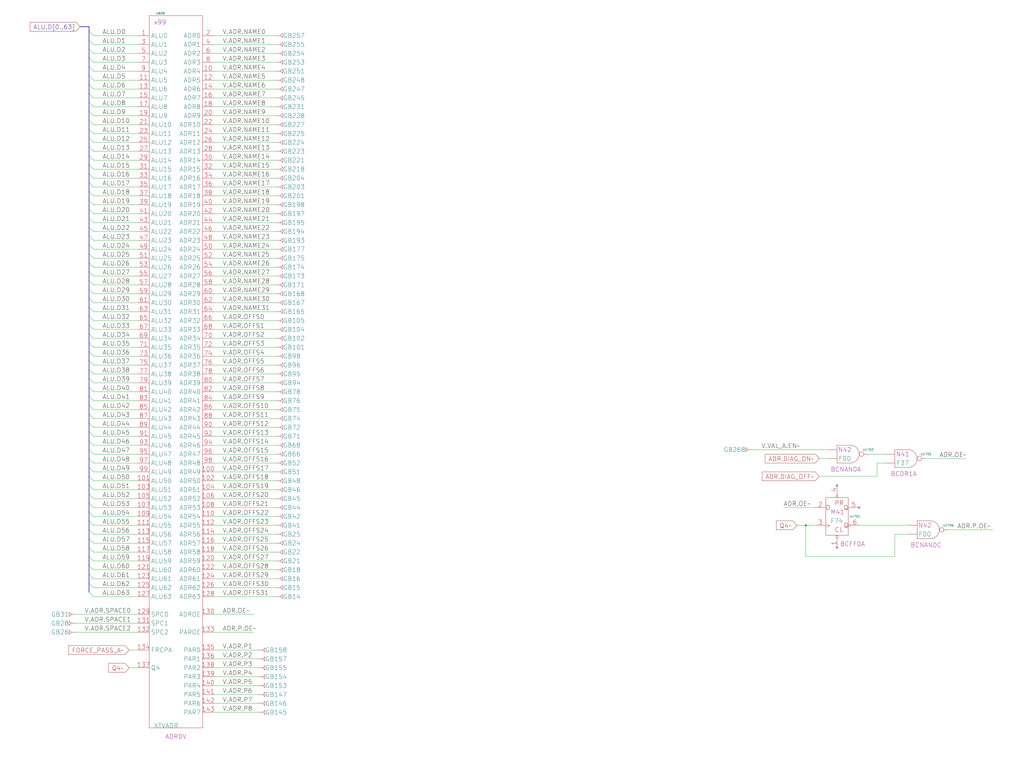
<source format=kicad_sch>
(kicad_sch (version 20230121) (generator eeschema)
  (paper "User" 584.2 431.8)
  (title_block (title "ADDRESS BUS DRIVER") (date "22-MAR-90") (rev "1.0") (comment 1 "VALUE") (comment 2 "232-003063") (comment 3 "S400") (comment 4 "RELEASED"))
  (junction (at 459.74 299.72))
  (no_connect (at 490.22 289.56))
  (no_connect (at 477.52 312.42))
  (no_connect (at 477.52 276.86))
  (bus_entry (at 50.8 109.22) (size 2.54 2.54))
  (bus_entry (at 50.8 139.7) (size 2.54 2.54))
  (bus_entry (at 50.8 27.94) (size 2.54 2.54))
  (bus_entry (at 50.8 292.1) (size 2.54 2.54))
  (bus_entry (at 50.8 134.62) (size 2.54 2.54))
  (bus_entry (at 50.8 226.06) (size 2.54 2.54))
  (bus_entry (at 50.8 266.7) (size 2.54 2.54))
  (bus_entry (at 50.8 195.58) (size 2.54 2.54))
  (bus_entry (at 50.8 200.66) (size 2.54 2.54))
  (bus_entry (at 50.8 124.46) (size 2.54 2.54))
  (bus_entry (at 50.8 220.98) (size 2.54 2.54))
  (bus_entry (at 50.8 241.3) (size 2.54 2.54))
  (bus_entry (at 50.8 53.34) (size 2.54 2.54))
  (bus_entry (at 50.8 312.42) (size 2.54 2.54))
  (bus_entry (at 50.8 99.06) (size 2.54 2.54))
  (bus_entry (at 50.8 38.1) (size 2.54 2.54))
  (bus_entry (at 50.8 119.38) (size 2.54 2.54))
  (bus_entry (at 50.8 236.22) (size 2.54 2.54))
  (bus_entry (at 50.8 337.82) (size 2.54 2.54))
  (bus_entry (at 50.8 185.42) (size 2.54 2.54))
  (bus_entry (at 50.8 33.02) (size 2.54 2.54))
  (bus_entry (at 50.8 231.14) (size 2.54 2.54))
  (bus_entry (at 50.8 261.62) (size 2.54 2.54))
  (bus_entry (at 50.8 114.3) (size 2.54 2.54))
  (bus_entry (at 50.8 165.1) (size 2.54 2.54))
  (bus_entry (at 50.8 256.54) (size 2.54 2.54))
  (bus_entry (at 50.8 322.58) (size 2.54 2.54))
  (bus_entry (at 50.8 93.98) (size 2.54 2.54))
  (bus_entry (at 50.8 68.58) (size 2.54 2.54))
  (bus_entry (at 50.8 58.42) (size 2.54 2.54))
  (bus_entry (at 50.8 88.9) (size 2.54 2.54))
  (bus_entry (at 50.8 160.02) (size 2.54 2.54))
  (bus_entry (at 50.8 210.82) (size 2.54 2.54))
  (bus_entry (at 50.8 78.74) (size 2.54 2.54))
  (bus_entry (at 50.8 104.14) (size 2.54 2.54))
  (bus_entry (at 50.8 22.86) (size 2.54 2.54))
  (bus_entry (at 50.8 271.78) (size 2.54 2.54))
  (bus_entry (at 50.8 287.02) (size 2.54 2.54))
  (bus_entry (at 50.8 302.26) (size 2.54 2.54))
  (bus_entry (at 50.8 43.18) (size 2.54 2.54))
  (bus_entry (at 50.8 144.78) (size 2.54 2.54))
  (bus_entry (at 50.8 175.26) (size 2.54 2.54))
  (bus_entry (at 50.8 327.66) (size 2.54 2.54))
  (bus_entry (at 50.8 48.26) (size 2.54 2.54))
  (bus_entry (at 50.8 317.5) (size 2.54 2.54))
  (bus_entry (at 50.8 180.34) (size 2.54 2.54))
  (bus_entry (at 50.8 205.74) (size 2.54 2.54))
  (bus_entry (at 50.8 73.66) (size 2.54 2.54))
  (bus_entry (at 50.8 281.94) (size 2.54 2.54))
  (bus_entry (at 50.8 307.34) (size 2.54 2.54))
  (bus_entry (at 50.8 149.86) (size 2.54 2.54))
  (bus_entry (at 50.8 246.38) (size 2.54 2.54))
  (bus_entry (at 50.8 83.82) (size 2.54 2.54))
  (bus_entry (at 50.8 129.54) (size 2.54 2.54))
  (bus_entry (at 50.8 63.5) (size 2.54 2.54))
  (bus_entry (at 50.8 276.86) (size 2.54 2.54))
  (bus_entry (at 50.8 251.46) (size 2.54 2.54))
  (bus_entry (at 50.8 332.74) (size 2.54 2.54))
  (bus_entry (at 50.8 17.78) (size 2.54 2.54))
  (bus_entry (at 50.8 170.18) (size 2.54 2.54))
  (bus_entry (at 50.8 190.5) (size 2.54 2.54))
  (bus_entry (at 50.8 154.94) (size 2.54 2.54))
  (bus_entry (at 50.8 297.18) (size 2.54 2.54))
  (bus_entry (at 50.8 215.9) (size 2.54 2.54))
  (wire (pts (xy 121.92 86.36) (xy 157.48 86.36)))
  (wire (pts (xy 121.92 162.56) (xy 157.48 162.56)))
  (wire (pts (xy 121.92 106.68) (xy 157.48 106.68)))
  (wire (pts (xy 510.54 304.8) (xy 510.54 317.5)))
  (bus (pts (xy 50.8 236.22) (xy 50.8 241.3)))
  (wire (pts (xy 53.34 106.68) (xy 78.74 106.68)))
  (wire (pts (xy 53.34 147.32) (xy 78.74 147.32)))
  (bus (pts (xy 50.8 180.34) (xy 50.8 185.42)))
  (wire (pts (xy 73.66 381) (xy 78.74 381)))
  (wire (pts (xy 53.34 76.2) (xy 78.74 76.2)))
  (wire (pts (xy 121.92 71.12) (xy 157.48 71.12)))
  (bus (pts (xy 50.8 73.66) (xy 50.8 78.74)))
  (wire (pts (xy 53.34 142.24) (xy 78.74 142.24)))
  (wire (pts (xy 121.92 340.36) (xy 157.48 340.36)))
  (wire (pts (xy 121.92 167.64) (xy 157.48 167.64)))
  (wire (pts (xy 53.34 248.92) (xy 78.74 248.92)))
  (bus (pts (xy 50.8 205.74) (xy 50.8 210.82)))
  (wire (pts (xy 53.34 320.04) (xy 78.74 320.04)))
  (wire (pts (xy 53.34 238.76) (xy 78.74 238.76)))
  (wire (pts (xy 447.04 289.56) (xy 464.82 289.56)))
  (bus (pts (xy 50.8 83.82) (xy 50.8 88.9)))
  (wire (pts (xy 121.92 101.6) (xy 157.48 101.6)))
  (wire (pts (xy 121.92 279.4) (xy 157.48 279.4)))
  (bus (pts (xy 50.8 119.38) (xy 50.8 124.46)))
  (wire (pts (xy 53.34 71.12) (xy 78.74 71.12)))
  (wire (pts (xy 53.34 55.88) (xy 78.74 55.88)))
  (wire (pts (xy 121.92 55.88) (xy 157.48 55.88)))
  (wire (pts (xy 121.92 121.92) (xy 157.48 121.92)))
  (wire (pts (xy 73.66 370.84) (xy 78.74 370.84)))
  (bus (pts (xy 50.8 246.38) (xy 50.8 251.46)))
  (wire (pts (xy 121.92 406.4) (xy 147.32 406.4)))
  (bus (pts (xy 50.8 241.3) (xy 50.8 246.38)))
  (wire (pts (xy 53.34 66.04) (xy 78.74 66.04)))
  (bus (pts (xy 50.8 48.26) (xy 50.8 53.34)))
  (wire (pts (xy 467.36 261.62) (xy 472.44 261.62)))
  (wire (pts (xy 43.18 350.52) (xy 78.74 350.52)))
  (bus (pts (xy 50.8 261.62) (xy 50.8 266.7)))
  (wire (pts (xy 53.34 208.28) (xy 78.74 208.28)))
  (wire (pts (xy 53.34 284.48) (xy 78.74 284.48)))
  (wire (pts (xy 53.34 40.64) (xy 78.74 40.64)))
  (wire (pts (xy 53.34 111.76) (xy 78.74 111.76)))
  (wire (pts (xy 121.92 96.52) (xy 157.48 96.52)))
  (wire (pts (xy 121.92 269.24) (xy 157.48 269.24)))
  (bus (pts (xy 50.8 317.5) (xy 50.8 322.58)))
  (bus (pts (xy 50.8 276.86) (xy 50.8 281.94)))
  (wire (pts (xy 121.92 218.44) (xy 157.48 218.44)))
  (wire (pts (xy 53.34 203.2) (xy 78.74 203.2)))
  (wire (pts (xy 121.92 213.36) (xy 157.48 213.36)))
  (wire (pts (xy 121.92 314.96) (xy 157.48 314.96)))
  (bus (pts (xy 50.8 17.78) (xy 50.8 22.86)))
  (wire (pts (xy 53.34 162.56) (xy 78.74 162.56)))
  (wire (pts (xy 467.36 271.78) (xy 500.38 271.78)))
  (wire (pts (xy 121.92 396.24) (xy 147.32 396.24)))
  (bus (pts (xy 50.8 271.78) (xy 50.8 276.86)))
  (bus (pts (xy 50.8 185.42) (xy 50.8 190.5)))
  (bus (pts (xy 50.8 256.54) (xy 50.8 261.62)))
  (wire (pts (xy 121.92 76.2) (xy 157.48 76.2)))
  (wire (pts (xy 121.92 127) (xy 157.48 127)))
  (wire (pts (xy 53.34 340.36) (xy 78.74 340.36)))
  (bus (pts (xy 50.8 292.1) (xy 50.8 297.18)))
  (bus (pts (xy 50.8 327.66) (xy 50.8 332.74)))
  (wire (pts (xy 121.92 360.68) (xy 144.78 360.68)))
  (wire (pts (xy 121.92 60.96) (xy 157.48 60.96)))
  (wire (pts (xy 121.92 238.76) (xy 157.48 238.76)))
  (wire (pts (xy 53.34 299.72) (xy 78.74 299.72)))
  (wire (pts (xy 121.92 198.12) (xy 157.48 198.12)))
  (wire (pts (xy 121.92 66.04) (xy 157.48 66.04)))
  (bus (pts (xy 50.8 297.18) (xy 50.8 302.26)))
  (wire (pts (xy 528.32 261.62) (xy 551.18 261.62)))
  (bus (pts (xy 50.8 175.26) (xy 50.8 180.34)))
  (wire (pts (xy 53.34 304.8) (xy 78.74 304.8)))
  (wire (pts (xy 53.34 279.4) (xy 78.74 279.4)))
  (wire (pts (xy 500.38 271.78) (xy 500.38 264.16)))
  (wire (pts (xy 121.92 248.92) (xy 157.48 248.92)))
  (wire (pts (xy 121.92 223.52) (xy 157.48 223.52)))
  (wire (pts (xy 121.92 274.32) (xy 157.48 274.32)))
  (wire (pts (xy 53.34 101.6) (xy 78.74 101.6)))
  (wire (pts (xy 53.34 91.44) (xy 78.74 91.44)))
  (wire (pts (xy 53.34 228.6) (xy 78.74 228.6)))
  (bus (pts (xy 50.8 63.5) (xy 50.8 68.58)))
  (wire (pts (xy 459.74 317.5) (xy 459.74 299.72)))
  (wire (pts (xy 121.92 330.2) (xy 157.48 330.2)))
  (bus (pts (xy 50.8 124.46) (xy 50.8 129.54)))
  (bus (pts (xy 50.8 195.58) (xy 50.8 200.66)))
  (wire (pts (xy 121.92 111.76) (xy 157.48 111.76)))
  (wire (pts (xy 53.34 182.88) (xy 78.74 182.88)))
  (bus (pts (xy 50.8 160.02) (xy 50.8 165.1)))
  (bus (pts (xy 50.8 220.98) (xy 50.8 226.06)))
  (bus (pts (xy 50.8 88.9) (xy 50.8 93.98)))
  (wire (pts (xy 53.34 187.96) (xy 78.74 187.96)))
  (wire (pts (xy 121.92 193.04) (xy 157.48 193.04)))
  (wire (pts (xy 121.92 182.88) (xy 157.48 182.88)))
  (bus (pts (xy 50.8 78.74) (xy 50.8 83.82)))
  (wire (pts (xy 43.18 355.6) (xy 78.74 355.6)))
  (wire (pts (xy 121.92 208.28) (xy 157.48 208.28)))
  (wire (pts (xy 53.34 330.2) (xy 78.74 330.2)))
  (wire (pts (xy 121.92 30.48) (xy 157.48 30.48)))
  (wire (pts (xy 53.34 157.48) (xy 78.74 157.48)))
  (wire (pts (xy 518.16 304.8) (xy 510.54 304.8)))
  (bus (pts (xy 50.8 43.18) (xy 50.8 48.26)))
  (wire (pts (xy 53.34 325.12) (xy 78.74 325.12)))
  (bus (pts (xy 50.8 33.02) (xy 50.8 38.1)))
  (wire (pts (xy 53.34 132.08) (xy 78.74 132.08)))
  (wire (pts (xy 121.92 294.64) (xy 157.48 294.64)))
  (wire (pts (xy 53.34 218.44) (xy 78.74 218.44)))
  (bus (pts (xy 50.8 104.14) (xy 50.8 109.22)))
  (wire (pts (xy 53.34 30.48) (xy 78.74 30.48)))
  (wire (pts (xy 121.92 289.56) (xy 157.48 289.56)))
  (wire (pts (xy 454.66 299.72) (xy 459.74 299.72)))
  (wire (pts (xy 53.34 121.92) (xy 78.74 121.92)))
  (wire (pts (xy 121.92 264.16) (xy 157.48 264.16)))
  (bus (pts (xy 50.8 53.34) (xy 50.8 58.42)))
  (wire (pts (xy 121.92 157.48) (xy 157.48 157.48)))
  (wire (pts (xy 121.92 20.32) (xy 157.48 20.32)))
  (wire (pts (xy 121.92 137.16) (xy 157.48 137.16)))
  (bus (pts (xy 50.8 190.5) (xy 50.8 195.58)))
  (wire (pts (xy 121.92 35.56) (xy 157.48 35.56)))
  (wire (pts (xy 121.92 391.16) (xy 147.32 391.16)))
  (bus (pts (xy 50.8 251.46) (xy 50.8 256.54)))
  (wire (pts (xy 121.92 187.96) (xy 157.48 187.96)))
  (wire (pts (xy 121.92 350.52) (xy 144.78 350.52)))
  (bus (pts (xy 50.8 27.94) (xy 50.8 33.02)))
  (bus (pts (xy 50.8 58.42) (xy 50.8 63.5)))
  (bus (pts (xy 50.8 266.7) (xy 50.8 271.78)))
  (wire (pts (xy 53.34 264.16) (xy 78.74 264.16)))
  (bus (pts (xy 50.8 99.06) (xy 50.8 104.14)))
  (wire (pts (xy 53.34 233.68) (xy 78.74 233.68)))
  (bus (pts (xy 50.8 149.86) (xy 50.8 154.94)))
  (wire (pts (xy 121.92 116.84) (xy 157.48 116.84)))
  (wire (pts (xy 121.92 375.92) (xy 147.32 375.92)))
  (wire (pts (xy 53.34 243.84) (xy 78.74 243.84)))
  (bus (pts (xy 50.8 302.26) (xy 50.8 307.34)))
  (wire (pts (xy 53.34 274.32) (xy 78.74 274.32)))
  (wire (pts (xy 53.34 152.4) (xy 78.74 152.4)))
  (wire (pts (xy 121.92 259.08) (xy 157.48 259.08)))
  (bus (pts (xy 50.8 231.14) (xy 50.8 236.22)))
  (wire (pts (xy 490.22 299.72) (xy 518.16 299.72)))
  (wire (pts (xy 53.34 193.04) (xy 78.74 193.04)))
  (wire (pts (xy 53.34 25.4) (xy 78.74 25.4)))
  (wire (pts (xy 121.92 147.32) (xy 157.48 147.32)))
  (wire (pts (xy 53.34 96.52) (xy 78.74 96.52)))
  (wire (pts (xy 53.34 172.72) (xy 78.74 172.72)))
  (bus (pts (xy 50.8 129.54) (xy 50.8 134.62)))
  (wire (pts (xy 53.34 213.36) (xy 78.74 213.36)))
  (wire (pts (xy 121.92 299.72) (xy 157.48 299.72)))
  (wire (pts (xy 53.34 269.24) (xy 78.74 269.24)))
  (wire (pts (xy 53.34 294.64) (xy 78.74 294.64)))
  (wire (pts (xy 121.92 50.8) (xy 157.48 50.8)))
  (wire (pts (xy 510.54 317.5) (xy 459.74 317.5)))
  (wire (pts (xy 121.92 284.48) (xy 157.48 284.48)))
  (wire (pts (xy 121.92 325.12) (xy 157.48 325.12)))
  (bus (pts (xy 50.8 322.58) (xy 50.8 327.66)))
  (bus (pts (xy 50.8 154.94) (xy 50.8 160.02)))
  (wire (pts (xy 53.34 86.36) (xy 78.74 86.36)))
  (wire (pts (xy 53.34 35.56) (xy 78.74 35.56)))
  (wire (pts (xy 121.92 254) (xy 157.48 254)))
  (wire (pts (xy 53.34 20.32) (xy 78.74 20.32)))
  (bus (pts (xy 50.8 134.62) (xy 50.8 139.7)))
  (wire (pts (xy 121.92 203.2) (xy 157.48 203.2)))
  (wire (pts (xy 121.92 243.84) (xy 157.48 243.84)))
  (wire (pts (xy 121.92 25.4) (xy 157.48 25.4)))
  (bus (pts (xy 50.8 139.7) (xy 50.8 144.78)))
  (wire (pts (xy 495.3 259.08) (xy 505.46 259.08)))
  (bus (pts (xy 50.8 200.66) (xy 50.8 205.74)))
  (bus (pts (xy 50.8 287.02) (xy 50.8 292.1)))
  (bus (pts (xy 50.8 38.1) (xy 50.8 43.18)))
  (wire (pts (xy 53.34 50.8) (xy 78.74 50.8)))
  (wire (pts (xy 121.92 386.08) (xy 147.32 386.08)))
  (wire (pts (xy 121.92 81.28) (xy 157.48 81.28)))
  (bus (pts (xy 50.8 68.58) (xy 50.8 73.66)))
  (wire (pts (xy 53.34 289.56) (xy 78.74 289.56)))
  (bus (pts (xy 50.8 114.3) (xy 50.8 119.38)))
  (bus (pts (xy 50.8 170.18) (xy 50.8 175.26)))
  (wire (pts (xy 53.34 137.16) (xy 78.74 137.16)))
  (wire (pts (xy 53.34 198.12) (xy 78.74 198.12)))
  (wire (pts (xy 121.92 320.04) (xy 157.48 320.04)))
  (bus (pts (xy 50.8 210.82) (xy 50.8 215.9)))
  (wire (pts (xy 53.34 81.28) (xy 78.74 81.28)))
  (wire (pts (xy 121.92 401.32) (xy 147.32 401.32)))
  (bus (pts (xy 50.8 22.86) (xy 50.8 27.94)))
  (bus (pts (xy 50.8 93.98) (xy 50.8 99.06)))
  (wire (pts (xy 43.18 360.68) (xy 78.74 360.68)))
  (bus (pts (xy 50.8 15.24) (xy 50.8 17.78)))
  (wire (pts (xy 121.92 233.68) (xy 157.48 233.68)))
  (wire (pts (xy 121.92 228.6) (xy 157.48 228.6)))
  (wire (pts (xy 53.34 167.64) (xy 78.74 167.64)))
  (wire (pts (xy 541.02 302.26) (xy 566.42 302.26)))
  (wire (pts (xy 121.92 40.64) (xy 157.48 40.64)))
  (wire (pts (xy 121.92 142.24) (xy 157.48 142.24)))
  (wire (pts (xy 121.92 152.4) (xy 157.48 152.4)))
  (bus (pts (xy 50.8 332.74) (xy 50.8 337.82)))
  (wire (pts (xy 53.34 177.8) (xy 78.74 177.8)))
  (bus (pts (xy 50.8 165.1) (xy 50.8 170.18)))
  (bus (pts (xy 50.8 144.78) (xy 50.8 149.86)))
  (wire (pts (xy 121.92 304.8) (xy 157.48 304.8)))
  (bus (pts (xy 50.8 312.42) (xy 50.8 317.5)))
  (bus (pts (xy 50.8 215.9) (xy 50.8 220.98)))
  (wire (pts (xy 121.92 91.44) (xy 157.48 91.44)))
  (wire (pts (xy 459.74 299.72) (xy 464.82 299.72)))
  (bus (pts (xy 50.8 226.06) (xy 50.8 231.14)))
  (bus (pts (xy 50.8 109.22) (xy 50.8 114.3)))
  (wire (pts (xy 53.34 259.08) (xy 78.74 259.08)))
  (wire (pts (xy 53.34 314.96) (xy 78.74 314.96)))
  (wire (pts (xy 500.38 264.16) (xy 505.46 264.16)))
  (wire (pts (xy 121.92 172.72) (xy 157.48 172.72)))
  (wire (pts (xy 121.92 309.88) (xy 157.48 309.88)))
  (wire (pts (xy 53.34 116.84) (xy 78.74 116.84)))
  (bus (pts (xy 45.72 15.24) (xy 50.8 15.24)))
  (wire (pts (xy 429.26 256.54) (xy 472.44 256.54)))
  (wire (pts (xy 53.34 335.28) (xy 78.74 335.28)))
  (wire (pts (xy 121.92 132.08) (xy 157.48 132.08)))
  (wire (pts (xy 53.34 254) (xy 78.74 254)))
  (wire (pts (xy 53.34 309.88) (xy 78.74 309.88)))
  (bus (pts (xy 50.8 281.94) (xy 50.8 287.02)))
  (wire (pts (xy 121.92 381) (xy 147.32 381)))
  (wire (pts (xy 53.34 45.72) (xy 78.74 45.72)))
  (wire (pts (xy 53.34 60.96) (xy 78.74 60.96)))
  (bus (pts (xy 50.8 307.34) (xy 50.8 312.42)))
  (wire (pts (xy 121.92 45.72) (xy 157.48 45.72)))
  (wire (pts (xy 53.34 223.52) (xy 78.74 223.52)))
  (wire (pts (xy 121.92 177.8) (xy 157.48 177.8)))
  (wire (pts (xy 121.92 370.84) (xy 147.32 370.84)))
  (wire (pts (xy 53.34 127) (xy 78.74 127)))
  (wire (pts (xy 121.92 335.28) (xy 157.48 335.28)))
  (label "V.ADR.NAME2" (at 127 30.48 0) (effects (font (size 2.54 2.54))))
  (label "V.ADR.NAME31" (at 127 177.8 0) (effects (font (size 2.54 2.54))))
  (label "ALU.D27" (at 58.42 157.48 0) (effects (font (size 2.54 2.54))))
  (label "ALU.D34" (at 58.42 193.04 0) (effects (font (size 2.54 2.54))))
  (label "V.ADR.NAME16" (at 127 101.6 0) (effects (font (size 2.54 2.54))))
  (label "V.ADR.OFFS1" (at 127 187.96 0) (effects (font (size 2.54 2.54))))
  (label "V.ADR.OFFS27" (at 127 320.04 0) (effects (font (size 2.54 2.54))))
  (label "V.ADR.NAME3" (at 127 35.56 0) (effects (font (size 2.54 2.54))))
  (label "V.ADR.NAME8" (at 127 60.96 0) (effects (font (size 2.54 2.54))))
  (label "V.ADR.NAME13" (at 127 86.36 0) (effects (font (size 2.54 2.54))))
  (label "V.ADR.OFFS29" (at 127 330.2 0) (effects (font (size 2.54 2.54))))
  (label "V.ADR.OFFS11" (at 127 238.76 0) (effects (font (size 2.54 2.54))))
  (label "ALU.D12" (at 58.42 81.28 0) (effects (font (size 2.54 2.54))))
  (label "V.ADR.P2" (at 127 375.92 0) (effects (font (size 2.54 2.54))))
  (label "ALU.D18" (at 58.42 111.76 0) (effects (font (size 2.54 2.54))))
  (label "ALU.D50" (at 58.42 274.32 0) (effects (font (size 2.54 2.54))))
  (label "V.ADR.P3" (at 127 381 0) (effects (font (size 2.54 2.54))))
  (label "V.ADR.OFFS3" (at 127 198.12 0) (effects (font (size 2.54 2.54))))
  (label "V.ADR.NAME4" (at 127 40.64 0) (effects (font (size 2.54 2.54))))
  (label "ALU.D35" (at 58.42 198.12 0) (effects (font (size 2.54 2.54))))
  (label "ALU.D28" (at 58.42 162.56 0) (effects (font (size 2.54 2.54))))
  (label "V.ADR.NAME25" (at 127 147.32 0) (effects (font (size 2.54 2.54))))
  (label "V.ADR.NAME21" (at 127 127 0) (effects (font (size 2.54 2.54))))
  (label "V.ADR.NAME29" (at 127 167.64 0) (effects (font (size 2.54 2.54))))
  (label "V.ADR.SPACE0" (at 48.26 350.52 0) (effects (font (size 2.54 2.54))))
  (label "ALU.D26" (at 58.42 152.4 0) (effects (font (size 2.54 2.54))))
  (label "ALU.D24" (at 58.42 142.24 0) (effects (font (size 2.54 2.54))))
  (label "ALU.D29" (at 58.42 167.64 0) (effects (font (size 2.54 2.54))))
  (label "ALU.D33" (at 58.42 187.96 0) (effects (font (size 2.54 2.54))))
  (label "V.ADR.NAME7" (at 127 55.88 0) (effects (font (size 2.54 2.54))))
  (label "ADR.OE~" (at 447.04 289.56 0) (effects (font (size 2.54 2.54))))
  (label "ALU.D17" (at 58.42 106.68 0) (effects (font (size 2.54 2.54))))
  (label "V.ADR.NAME0" (at 127 20.32 0) (effects (font (size 2.54 2.54))))
  (label "ALU.D15" (at 58.42 96.52 0) (effects (font (size 2.54 2.54))))
  (label "ALU.D1" (at 58.42 25.4 0) (effects (font (size 2.54 2.54))))
  (label "ALU.D8" (at 58.42 60.96 0) (effects (font (size 2.54 2.54))))
  (label "V.VAL_A.EN~" (at 434.34 256.54 0) (effects (font (size 2.54 2.54))))
  (label "ALU.D7" (at 58.42 55.88 0) (effects (font (size 2.54 2.54))))
  (label "V.ADR.NAME14" (at 127 91.44 0) (effects (font (size 2.54 2.54))))
  (label "V.ADR.P5" (at 127 391.16 0) (effects (font (size 2.54 2.54))))
  (label "V.ADR.OFFS9" (at 127 228.6 0) (effects (font (size 2.54 2.54))))
  (label "V.ADR.NAME1" (at 127 25.4 0) (effects (font (size 2.54 2.54))))
  (label "V.ADR.OFFS22" (at 127 294.64 0) (effects (font (size 2.54 2.54))))
  (label "ALU.D21" (at 58.42 127 0) (effects (font (size 2.54 2.54))))
  (label "ALU.D42" (at 58.42 233.68 0) (effects (font (size 2.54 2.54))))
  (label "V.ADR.P1" (at 127 370.84 0) (effects (font (size 2.54 2.54))))
  (label "ALU.D19" (at 58.42 116.84 0) (effects (font (size 2.54 2.54))))
  (label "V.ADR.OFFS4" (at 127 203.2 0) (effects (font (size 2.54 2.54))))
  (label "V.ADR.P8" (at 127 406.4 0) (effects (font (size 2.54 2.54))))
  (label "ALU.D11" (at 58.42 76.2 0) (effects (font (size 2.54 2.54))))
  (label "ALU.D39" (at 58.42 218.44 0) (effects (font (size 2.54 2.54))))
  (label "ALU.D56" (at 58.42 304.8 0) (effects (font (size 2.54 2.54))))
  (label "ALU.D59" (at 58.42 320.04 0) (effects (font (size 2.54 2.54))))
  (label "ALU.D61" (at 58.42 330.2 0) (effects (font (size 2.54 2.54))))
  (label "ALU.D23" (at 58.42 137.16 0) (effects (font (size 2.54 2.54))))
  (label "ALU.D45" (at 58.42 248.92 0) (effects (font (size 2.54 2.54))))
  (label "V.ADR.NAME20" (at 127 121.92 0) (effects (font (size 2.54 2.54))))
  (label "V.ADR.OFFS31" (at 127 340.36 0) (effects (font (size 2.54 2.54))))
  (label "ALU.D22" (at 58.42 132.08 0) (effects (font (size 2.54 2.54))))
  (label "ADR.P.OE~" (at 127 360.68 0) (effects (font (size 2.54 2.54))))
  (label "V.ADR.NAME10" (at 127 71.12 0) (effects (font (size 2.54 2.54))))
  (label "ALU.D55" (at 58.42 299.72 0) (effects (font (size 2.54 2.54))))
  (label "V.ADR.OFFS23" (at 127 299.72 0) (effects (font (size 2.54 2.54))))
  (label "V.ADR.NAME5" (at 127 45.72 0) (effects (font (size 2.54 2.54))))
  (label "ALU.D32" (at 58.42 182.88 0) (effects (font (size 2.54 2.54))))
  (label "ADR.OE~" (at 535.94 261.62 0) (effects (font (size 2.54 2.54))))
  (label "ALU.D52" (at 58.42 284.48 0) (effects (font (size 2.54 2.54))))
  (label "ALU.D48" (at 58.42 264.16 0) (effects (font (size 2.54 2.54))))
  (label "ALU.D49" (at 58.42 269.24 0) (effects (font (size 2.54 2.54))))
  (label "ALU.D25" (at 58.42 147.32 0) (effects (font (size 2.54 2.54))))
  (label "V.ADR.OFFS8" (at 127 223.52 0) (effects (font (size 2.54 2.54))))
  (label "V.ADR.OFFS24" (at 127 304.8 0) (effects (font (size 2.54 2.54))))
  (label "ALU.D10" (at 58.42 71.12 0) (effects (font (size 2.54 2.54))))
  (label "ALU.D46" (at 58.42 254 0) (effects (font (size 2.54 2.54))))
  (label "V.ADR.NAME12" (at 127 81.28 0) (effects (font (size 2.54 2.54))))
  (label "V.ADR.OFFS0" (at 127 182.88 0) (effects (font (size 2.54 2.54))))
  (label "V.ADR.OFFS7" (at 127 218.44 0) (effects (font (size 2.54 2.54))))
  (label "ALU.D47" (at 58.42 259.08 0) (effects (font (size 2.54 2.54))))
  (label "ALU.D37" (at 58.42 208.28 0) (effects (font (size 2.54 2.54))))
  (label "V.ADR.NAME11" (at 127 76.2 0) (effects (font (size 2.54 2.54))))
  (label "V.ADR.OFFS2" (at 127 193.04 0) (effects (font (size 2.54 2.54))))
  (label "ALU.D54" (at 58.42 294.64 0) (effects (font (size 2.54 2.54))))
  (label "ALU.D30" (at 58.42 172.72 0) (effects (font (size 2.54 2.54))))
  (label "V.ADR.OFFS25" (at 127 309.88 0) (effects (font (size 2.54 2.54))))
  (label "V.ADR.OFFS16" (at 127 264.16 0) (effects (font (size 2.54 2.54))))
  (label "ALU.D3" (at 58.42 35.56 0) (effects (font (size 2.54 2.54))))
  (label "ALU.D2" (at 58.42 30.48 0) (effects (font (size 2.54 2.54))))
  (label "ALU.D58" (at 58.42 314.96 0) (effects (font (size 2.54 2.54))))
  (label "V.ADR.NAME22" (at 127 132.08 0) (effects (font (size 2.54 2.54))))
  (label "ADR.P.OE~" (at 546.1 302.26 0) (effects (font (size 2.54 2.54))))
  (label "ALU.D38" (at 58.42 213.36 0) (effects (font (size 2.54 2.54))))
  (label "ALU.D20" (at 58.42 121.92 0) (effects (font (size 2.54 2.54))))
  (label "V.ADR.OFFS12" (at 127 243.84 0) (effects (font (size 2.54 2.54))))
  (label "ALU.D16" (at 58.42 101.6 0) (effects (font (size 2.54 2.54))))
  (label "ALU.D13" (at 58.42 86.36 0) (effects (font (size 2.54 2.54))))
  (label "V.ADR.NAME30" (at 127 172.72 0) (effects (font (size 2.54 2.54))))
  (label "V.ADR.OFFS30" (at 127 335.28 0) (effects (font (size 2.54 2.54))))
  (label "V.ADR.OFFS14" (at 127 254 0) (effects (font (size 2.54 2.54))))
  (label "ALU.D44" (at 58.42 243.84 0) (effects (font (size 2.54 2.54))))
  (label "V.ADR.NAME23" (at 127 137.16 0) (effects (font (size 2.54 2.54))))
  (label "ALU.D53" (at 58.42 289.56 0) (effects (font (size 2.54 2.54))))
  (label "V.ADR.OFFS15" (at 127 259.08 0) (effects (font (size 2.54 2.54))))
  (label "V.ADR.NAME18" (at 127 111.76 0) (effects (font (size 2.54 2.54))))
  (label "V.ADR.NAME6" (at 127 50.8 0) (effects (font (size 2.54 2.54))))
  (label "ALU.D9" (at 58.42 66.04 0) (effects (font (size 2.54 2.54))))
  (label "ALU.D57" (at 58.42 309.88 0) (effects (font (size 2.54 2.54))))
  (label "V.ADR.NAME27" (at 127 157.48 0) (effects (font (size 2.54 2.54))))
  (label "V.ADR.OFFS18" (at 127 274.32 0) (effects (font (size 2.54 2.54))))
  (label "ALU.D63" (at 58.42 340.36 0) (effects (font (size 2.54 2.54))))
  (label "ALU.D40" (at 58.42 223.52 0) (effects (font (size 2.54 2.54))))
  (label "V.ADR.OFFS10" (at 127 233.68 0) (effects (font (size 2.54 2.54))))
  (label "ALU.D51" (at 58.42 279.4 0) (effects (font (size 2.54 2.54))))
  (label "ALU.D62" (at 58.42 335.28 0) (effects (font (size 2.54 2.54))))
  (label "V.ADR.OFFS20" (at 127 284.48 0) (effects (font (size 2.54 2.54))))
  (label "V.ADR.OFFS26" (at 127 314.96 0) (effects (font (size 2.54 2.54))))
  (label "ALU.D31" (at 58.42 177.8 0) (effects (font (size 2.54 2.54))))
  (label "V.ADR.OFFS17" (at 127 269.24 0) (effects (font (size 2.54 2.54))))
  (label "ALU.D4" (at 58.42 40.64 0) (effects (font (size 2.54 2.54))))
  (label "ALU.D6" (at 58.42 50.8 0) (effects (font (size 2.54 2.54))))
  (label "ALU.D60" (at 58.42 325.12 0) (effects (font (size 2.54 2.54))))
  (label "V.ADR.OFFS19" (at 127 279.4 0) (effects (font (size 2.54 2.54))))
  (label "V.ADR.NAME17" (at 127 106.68 0) (effects (font (size 2.54 2.54))))
  (label "V.ADR.NAME19" (at 127 116.84 0) (effects (font (size 2.54 2.54))))
  (label "V.ADR.NAME24" (at 127 142.24 0) (effects (font (size 2.54 2.54))))
  (label "V.ADR.SPACE1" (at 48.26 355.6 0) (effects (font (size 2.54 2.54))))
  (label "ALU.D14" (at 58.42 91.44 0) (effects (font (size 2.54 2.54))))
  (label "V.ADR.P4" (at 127 386.08 0) (effects (font (size 2.54 2.54))))
  (label "V.ADR.OFFS6" (at 127 213.36 0) (effects (font (size 2.54 2.54))))
  (label "ALU.D5" (at 58.42 45.72 0) (effects (font (size 2.54 2.54))))
  (label "V.ADR.OFFS28" (at 127 325.12 0) (effects (font (size 2.54 2.54))))
  (label "V.ADR.NAME15" (at 127 96.52 0) (effects (font (size 2.54 2.54))))
  (label "ALU.D41" (at 58.42 228.6 0) (effects (font (size 2.54 2.54))))
  (label "V.ADR.P6" (at 127 396.24 0) (effects (font (size 2.54 2.54))))
  (label "V.ADR.OFFS21" (at 127 289.56 0) (effects (font (size 2.54 2.54))))
  (label "V.ADR.NAME9" (at 127 66.04 0) (effects (font (size 2.54 2.54))))
  (label "ALU.D0" (at 58.42 20.32 0) (effects (font (size 2.54 2.54))))
  (label "ALU.D43" (at 58.42 238.76 0) (effects (font (size 2.54 2.54))))
  (label "ALU.D36" (at 58.42 203.2 0) (effects (font (size 2.54 2.54))))
  (label "V.ADR.P7" (at 127 401.32 0) (effects (font (size 2.54 2.54))))
  (label "ADR.OE~" (at 127 350.52 0) (effects (font (size 2.54 2.54))))
  (label "V.ADR.SPACE2" (at 48.26 360.68 0) (effects (font (size 2.54 2.54))))
  (label "V.ADR.NAME28" (at 127 162.56 0) (effects (font (size 2.54 2.54))))
  (label "V.ADR.OFFS13" (at 127 248.92 0) (effects (font (size 2.54 2.54))))
  (label "V.ADR.NAME26" (at 127 152.4 0) (effects (font (size 2.54 2.54))))
  (label "V.ADR.OFFS5" (at 127 208.28 0) (effects (font (size 2.54 2.54))))
  (global_label "FORCE_PASS_A~" (shape input) (at 73.66 370.84 180) (effects (font (size 2.54 2.54))) (property "Intersheetrefs" "${INTERSHEET_REFS}" (at 39.2007 370.6813 0) (effects (font (size 1.905 1.905)) (justify right))))
  (global_label "ADR.DIAG_ON~" (shape input) (at 467.36 261.62 180) (effects (font (size 2.54 2.54))) (property "Intersheetrefs" "${INTERSHEET_REFS}" (at 436.5292 261.4613 0) (effects (font (size 1.905 1.905)) (justify right))))
  (global_label "ALU.D[0..63]" (shape input) (at 45.72 15.24 180) (effects (font (size 2.54 2.54))) (property "Intersheetrefs" "${INTERSHEET_REFS}" (at 17.1873 15.0813 0) (effects (font (size 1.905 1.905)) (justify right))))
  (global_label "ADR.DIAG_OFF~" (shape input) (at 467.36 271.78 180) (effects (font (size 2.54 2.54))) (property "Intersheetrefs" "${INTERSHEET_REFS}" (at 434.8359 271.6213 0) (effects (font (size 1.905 1.905)) (justify right))))
  (global_label "Q4~" (shape input) (at 73.66 381 180) (effects (font (size 2.54 2.54))) (property "Intersheetrefs" "${INTERSHEET_REFS}" (at 55.7711 380.8413 0) (effects (font (size 1.905 1.905)) (justify right))))
  (global_label "Q4~" (shape input) (at 454.66 299.72 180) (effects (font (size 2.54 2.54))) (property "Intersheetrefs" "${INTERSHEET_REFS}" (at 436.7711 299.5613 0) (effects (font (size 1.905 1.905)) (justify right))))
  (symbol (lib_id "r1000:GB") (at 157.48 269.24 0) (unit 1)
    (property "Reference" "GB51" (at 161.29 269.24 0) (effects (font (size 2.54 2.54)) (justify left)))
    (property "Value" "GB" (effects hide))
  )
  (symbol (lib_id "r1000:GB") (at 157.48 60.96 0) (unit 1)
    (property "Reference" "GB231" (at 161.29 60.96 0) (effects (font (size 2.54 2.54)) (justify left)))
    (property "Value" "GB" (effects hide))
  )
  (symbol (lib_id "r1000:GB") (at 147.32 396.24 0) (unit 1)
    (property "Reference" "GB147" (at 151.13 396.24 0) (effects (font (size 2.54 2.54)) (justify left)))
    (property "Value" "GB" (effects hide))
  )
  (symbol (lib_id "r1000:GB") (at 157.48 157.48 0) (unit 1)
    (property "Reference" "GB173" (at 161.29 157.48 0) (effects (font (size 2.54 2.54)) (justify left)))
    (property "Value" "GB" (effects hide))
  )
  (symbol (lib_id "r1000:GB") (at 157.48 187.96 0) (unit 1)
    (property "Reference" "GB104" (at 161.29 187.96 0) (effects (font (size 2.54 2.54)) (justify left)))
    (property "Value" "GB" (effects hide))
  )
  (symbol (lib_id "r1000:GB") (at 157.48 304.8 0) (unit 1)
    (property "Reference" "GB25" (at 161.29 304.8 0) (effects (font (size 2.54 2.54)) (justify left)))
    (property "Value" "GB" (effects hide))
  )
  (symbol (lib_id "r1000:GB") (at 157.48 203.2 0) (unit 1)
    (property "Reference" "GB98" (at 161.29 203.2 0) (effects (font (size 2.54 2.54)) (justify left)))
    (property "Value" "GB" (effects hide))
  )
  (symbol (lib_id "r1000:XTVADR") (at 88.9 12.7 0) (unit 1)
    (property "Reference" "U808" (at 91.44 7.62 0))
    (property "Value" "XTVADR" (at 87.63 414.02 0) (effects (font (size 2.54 2.54)) (justify left)))
    (property "Location" "x99" (at 87.63 12.7 0) (effects (font (size 2.54 2.54)) (justify left)))
    (property "Name" "ADRDV" (at 100.33 421.64 0) (effects (font (size 2.54 2.54)) (justify bottom)))
  )
  (symbol (lib_id "r1000:F00") (at 480.06 256.54 0) (unit 1)
    (property "Reference" "U4702" (at 495.3 256.54 0))
    (property "Value" "F00" (at 481.965 261.62 0) (effects (font (size 2.54 2.54))))
    (property "Location" "N42" (at 481.965 256.54 0) (effects (font (size 2.54 2.54))))
    (property "Name" "BCNAN0A" (at 482.6 269.24 0) (effects (font (size 2.54 2.54)) (justify bottom)))
  )
  (symbol (lib_id "r1000:GB") (at 157.48 30.48 0) (unit 1)
    (property "Reference" "GB254" (at 161.29 30.48 0) (effects (font (size 2.54 2.54)) (justify left)))
    (property "Value" "GB" (effects hide))
  )
  (symbol (lib_id "r1000:GB") (at 157.48 45.72 0) (unit 1)
    (property "Reference" "GB248" (at 161.29 45.72 0) (effects (font (size 2.54 2.54)) (justify left)))
    (property "Value" "GB" (effects hide))
  )
  (symbol (lib_id "r1000:GB") (at 157.48 233.68 0) (unit 1)
    (property "Reference" "GB75" (at 161.29 233.68 0) (effects (font (size 2.54 2.54)) (justify left)))
    (property "Value" "GB" (effects hide))
  )
  (symbol (lib_id "r1000:F37") (at 513.08 259.08 0) (unit 1)
    (property "Reference" "U4705" (at 528.32 259.08 0))
    (property "Value" "F37" (at 514.985 264.16 0) (effects (font (size 2.54 2.54))))
    (property "Location" "N41" (at 514.985 259.08 0) (effects (font (size 2.54 2.54))))
    (property "Name" "BCDR1A" (at 515.62 271.78 0) (effects (font (size 2.54 2.54)) (justify bottom)))
  )
  (symbol (lib_id "r1000:F74") (at 474.98 292.1 0) (unit 1)
    (property "Reference" "U4701" (at 487.68 294.64 0))
    (property "Value" "F74" (at 473.71 297.18 0) (effects (font (size 2.54 2.54)) (justify left)))
    (property "Location" "M41" (at 473.71 292.1 0) (effects (font (size 2.54 2.54)) (justify left)))
    (property "Name" "BCFF0A" (at 486.41 311.785 0) (effects (font (size 2.54 2.54)) (justify bottom)))
  )
  (symbol (lib_id "r1000:GB") (at 147.32 401.32 0) (unit 1)
    (property "Reference" "GB146" (at 151.13 401.32 0) (effects (font (size 2.54 2.54)) (justify left)))
    (property "Value" "GB" (effects hide))
  )
  (symbol (lib_id "r1000:GB") (at 157.48 96.52 0) (unit 1)
    (property "Reference" "GB218" (at 161.29 96.52 0) (effects (font (size 2.54 2.54)) (justify left)))
    (property "Value" "GB" (effects hide))
  )
  (symbol (lib_id "r1000:GB") (at 147.32 370.84 0) (unit 1)
    (property "Reference" "GB158" (at 151.13 370.84 0) (effects (font (size 2.54 2.54)) (justify left)))
    (property "Value" "GB" (effects hide))
  )
  (symbol (lib_id "r1000:GB") (at 157.48 284.48 0) (unit 1)
    (property "Reference" "GB45" (at 161.29 284.48 0) (effects (font (size 2.54 2.54)) (justify left)))
    (property "Value" "GB" (effects hide))
  )
  (symbol (lib_id "r1000:GB") (at 157.48 228.6 0) (unit 1)
    (property "Reference" "GB76" (at 161.29 228.6 0) (effects (font (size 2.54 2.54)) (justify left)))
    (property "Value" "GB" (effects hide))
  )
  (symbol (lib_id "r1000:GB") (at 157.48 198.12 0) (unit 1)
    (property "Reference" "GB101" (at 161.29 198.12 0) (effects (font (size 2.54 2.54)) (justify left)))
    (property "Value" "GB" (effects hide))
  )
  (symbol (lib_id "r1000:GB") (at 157.48 248.92 0) (unit 1)
    (property "Reference" "GB71" (at 161.29 248.92 0) (effects (font (size 2.54 2.54)) (justify left)))
    (property "Value" "GB" (effects hide))
  )
  (symbol (lib_id "r1000:GB") (at 157.48 25.4 0) (unit 1)
    (property "Reference" "GB255" (at 161.29 25.4 0) (effects (font (size 2.54 2.54)) (justify left)))
    (property "Value" "GB" (effects hide))
  )
  (symbol (lib_id "r1000:GB") (at 157.48 254 0) (unit 1)
    (property "Reference" "GB68" (at 161.29 254 0) (effects (font (size 2.54 2.54)) (justify left)))
    (property "Value" "GB" (effects hide))
  )
  (symbol (lib_id "r1000:GB") (at 147.32 375.92 0) (unit 1)
    (property "Reference" "GB157" (at 151.13 375.92 0) (effects (font (size 2.54 2.54)) (justify left)))
    (property "Value" "GB" (effects hide))
  )
  (symbol (lib_id "r1000:GB") (at 157.48 71.12 0) (unit 1)
    (property "Reference" "GB227" (at 161.29 71.12 0) (effects (font (size 2.54 2.54)) (justify left)))
    (property "Value" "GB" (effects hide))
  )
  (symbol (lib_id "r1000:GB") (at 157.48 142.24 0) (unit 1)
    (property "Reference" "GB177" (at 161.29 142.24 0) (effects (font (size 2.54 2.54)) (justify left)))
    (property "Value" "GB" (effects hide))
  )
  (symbol (lib_id "r1000:GB") (at 43.18 350.52 0) (mirror y) (unit 1)
    (property "Reference" "GB31" (at 39.37 350.52 0) (effects (font (size 2.54 2.54)) (justify left)))
    (property "Value" "GB" (effects hide))
  )
  (symbol (lib_id "r1000:GB") (at 157.48 76.2 0) (unit 1)
    (property "Reference" "GB225" (at 161.29 76.2 0) (effects (font (size 2.54 2.54)) (justify left)))
    (property "Value" "GB" (effects hide))
  )
  (symbol (lib_id "r1000:GB") (at 157.48 40.64 0) (unit 1)
    (property "Reference" "GB251" (at 161.29 40.64 0) (effects (font (size 2.54 2.54)) (justify left)))
    (property "Value" "GB" (effects hide))
  )
  (symbol (lib_id "r1000:GB") (at 157.48 193.04 0) (unit 1)
    (property "Reference" "GB102" (at 161.29 193.04 0) (effects (font (size 2.54 2.54)) (justify left)))
    (property "Value" "GB" (effects hide))
  )
  (symbol (lib_id "r1000:GB") (at 157.48 147.32 0) (unit 1)
    (property "Reference" "GB175" (at 161.29 147.32 0) (effects (font (size 2.54 2.54)) (justify left)))
    (property "Value" "GB" (effects hide))
  )
  (symbol (lib_id "r1000:GB") (at 147.32 391.16 0) (unit 1)
    (property "Reference" "GB153" (at 151.13 391.16 0) (effects (font (size 2.54 2.54)) (justify left)))
    (property "Value" "GB" (effects hide))
  )
  (symbol (lib_id "r1000:GB") (at 157.48 335.28 0) (unit 1)
    (property "Reference" "GB15" (at 161.29 335.28 0) (effects (font (size 2.54 2.54)) (justify left)))
    (property "Value" "GB" (effects hide))
  )
  (symbol (lib_id "r1000:GB") (at 43.18 360.68 0) (mirror y) (unit 1)
    (property "Reference" "GB26" (at 39.37 360.68 0) (effects (font (size 2.54 2.54)) (justify left)))
    (property "Value" "GB" (effects hide))
  )
  (symbol (lib_id "r1000:GB") (at 157.48 213.36 0) (unit 1)
    (property "Reference" "GB95" (at 161.29 213.36 0) (effects (font (size 2.54 2.54)) (justify left)))
    (property "Value" "GB" (effects hide))
  )
  (symbol (lib_id "r1000:GB") (at 157.48 274.32 0) (unit 1)
    (property "Reference" "GB48" (at 161.29 274.32 0) (effects (font (size 2.54 2.54)) (justify left)))
    (property "Value" "GB" (effects hide))
  )
  (symbol (lib_id "r1000:GB") (at 157.48 294.64 0) (unit 1)
    (property "Reference" "GB42" (at 161.29 294.64 0) (effects (font (size 2.54 2.54)) (justify left)))
    (property "Value" "GB" (effects hide))
  )
  (symbol (lib_id "r1000:GB") (at 157.48 238.76 0) (unit 1)
    (property "Reference" "GB74" (at 161.29 238.76 0) (effects (font (size 2.54 2.54)) (justify left)))
    (property "Value" "GB" (effects hide))
  )
  (symbol (lib_id "r1000:GB") (at 157.48 116.84 0) (unit 1)
    (property "Reference" "GB198" (at 161.29 116.84 0) (effects (font (size 2.54 2.54)) (justify left)))
    (property "Value" "GB" (effects hide))
  )
  (symbol (lib_id "r1000:F00") (at 525.78 299.72 0) (unit 1)
    (property "Reference" "U4706" (at 541.02 299.72 0))
    (property "Value" "F00" (at 527.685 304.8 0) (effects (font (size 2.54 2.54))))
    (property "Location" "N42" (at 527.685 299.72 0) (effects (font (size 2.54 2.54))))
    (property "Name" "BCNAN0C" (at 528.32 312.42 0) (effects (font (size 2.54 2.54)) (justify bottom)))
  )
  (symbol (lib_id "r1000:GB") (at 157.48 340.36 0) (unit 1)
    (property "Reference" "GB14" (at 161.29 340.36 0) (effects (font (size 2.54 2.54)) (justify left)))
    (property "Value" "GB" (effects hide))
  )
  (symbol (lib_id "r1000:GB") (at 157.48 111.76 0) (unit 1)
    (property "Reference" "GB201" (at 161.29 111.76 0) (effects (font (size 2.54 2.54)) (justify left)))
    (property "Value" "GB" (effects hide))
  )
  (symbol (lib_id "r1000:GB") (at 157.48 162.56 0) (unit 1)
    (property "Reference" "GB171" (at 161.29 162.56 0) (effects (font (size 2.54 2.54)) (justify left)))
    (property "Value" "GB" (effects hide))
  )
  (symbol (lib_id "r1000:GB") (at 157.48 35.56 0) (unit 1)
    (property "Reference" "GB253" (at 161.29 35.56 0) (effects (font (size 2.54 2.54)) (justify left)))
    (property "Value" "GB" (effects hide))
  )
  (symbol (lib_id "r1000:GB") (at 147.32 381 0) (unit 1)
    (property "Reference" "GB155" (at 151.13 381 0) (effects (font (size 2.54 2.54)) (justify left)))
    (property "Value" "GB" (effects hide))
  )
  (symbol (lib_id "r1000:GB") (at 157.48 152.4 0) (unit 1)
    (property "Reference" "GB174" (at 161.29 152.4 0) (effects (font (size 2.54 2.54)) (justify left)))
    (property "Value" "GB" (effects hide))
  )
  (symbol (lib_id "r1000:GB") (at 157.48 127 0) (unit 1)
    (property "Reference" "GB195" (at 161.29 127 0) (effects (font (size 2.54 2.54)) (justify left)))
    (property "Value" "GB" (effects hide))
  )
  (symbol (lib_id "r1000:GB") (at 157.48 106.68 0) (unit 1)
    (property "Reference" "GB203" (at 161.29 106.68 0) (effects (font (size 2.54 2.54)) (justify left)))
    (property "Value" "GB" (effects hide))
  )
  (symbol (lib_id "r1000:GB") (at 157.48 243.84 0) (unit 1)
    (property "Reference" "GB72" (at 161.29 243.84 0) (effects (font (size 2.54 2.54)) (justify left)))
    (property "Value" "GB" (effects hide))
  )
  (symbol (lib_id "r1000:GB") (at 43.18 355.6 0) (mirror y) (unit 1)
    (property "Reference" "GB28" (at 39.37 355.6 0) (effects (font (size 2.54 2.54)) (justify left)))
    (property "Value" "GB" (effects hide))
  )
  (symbol (lib_id "r1000:GB") (at 157.48 167.64 0) (unit 1)
    (property "Reference" "GB168" (at 161.29 167.64 0) (effects (font (size 2.54 2.54)) (justify left)))
    (property "Value" "GB" (effects hide))
  )
  (symbol (lib_id "r1000:GB") (at 157.48 208.28 0) (unit 1)
    (property "Reference" "GB96" (at 161.29 208.28 0) (effects (font (size 2.54 2.54)) (justify left)))
    (property "Value" "GB" (effects hide))
  )
  (symbol (lib_id "r1000:GB") (at 157.48 101.6 0) (unit 1)
    (property "Reference" "GB204" (at 161.29 101.6 0) (effects (font (size 2.54 2.54)) (justify left)))
    (property "Value" "GB" (effects hide))
  )
  (symbol (lib_id "r1000:GB") (at 147.32 386.08 0) (unit 1)
    (property "Reference" "GB154" (at 151.13 386.08 0) (effects (font (size 2.54 2.54)) (justify left)))
    (property "Value" "GB" (effects hide))
  )
  (symbol (lib_id "r1000:GB") (at 147.32 406.4 0) (unit 1)
    (property "Reference" "GB145" (at 151.13 406.4 0) (effects (font (size 2.54 2.54)) (justify left)))
    (property "Value" "GB" (effects hide))
  )
  (symbol (lib_id "r1000:GB") (at 157.48 309.88 0) (unit 1)
    (property "Reference" "GB24" (at 161.29 309.88 0) (effects (font (size 2.54 2.54)) (justify left)))
    (property "Value" "GB" (effects hide))
  )
  (symbol (lib_id "r1000:GB") (at 157.48 264.16 0) (unit 1)
    (property "Reference" "GB52" (at 161.29 264.16 0) (effects (font (size 2.54 2.54)) (justify left)))
    (property "Value" "GB" (effects hide))
  )
  (symbol (lib_id "r1000:GB") (at 157.48 223.52 0) (unit 1)
    (property "Reference" "GB78" (at 161.29 223.52 0) (effects (font (size 2.54 2.54)) (justify left)))
    (property "Value" "GB" (effects hide))
  )
  (symbol (lib_id "r1000:GB") (at 157.48 314.96 0) (unit 1)
    (property "Reference" "GB22" (at 161.29 314.96 0) (effects (font (size 2.54 2.54)) (justify left)))
    (property "Value" "GB" (effects hide))
  )
  (symbol (lib_id "r1000:GB") (at 157.48 137.16 0) (unit 1)
    (property "Reference" "GB193" (at 161.29 137.16 0) (effects (font (size 2.54 2.54)) (justify left)))
    (property "Value" "GB" (effects hide))
  )
  (symbol (lib_id "r1000:GB") (at 157.48 177.8 0) (unit 1)
    (property "Reference" "GB165" (at 161.29 177.8 0) (effects (font (size 2.54 2.54)) (justify left)))
    (property "Value" "GB" (effects hide))
  )
  (symbol (lib_id "r1000:GB") (at 157.48 259.08 0) (unit 1)
    (property "Reference" "GB66" (at 161.29 259.08 0) (effects (font (size 2.54 2.54)) (justify left)))
    (property "Value" "GB" (effects hide))
  )
  (symbol (lib_id "r1000:GB") (at 157.48 121.92 0) (unit 1)
    (property "Reference" "GB197" (at 161.29 121.92 0) (effects (font (size 2.54 2.54)) (justify left)))
    (property "Value" "GB" (effects hide))
  )
  (symbol (lib_id "r1000:GB") (at 157.48 20.32 0) (unit 1)
    (property "Reference" "GB257" (at 161.29 20.32 0) (effects (font (size 2.54 2.54)) (justify left)))
    (property "Value" "GB" (effects hide))
  )
  (symbol (lib_id "r1000:GB") (at 157.48 299.72 0) (unit 1)
    (property "Reference" "GB41" (at 161.29 299.72 0) (effects (font (size 2.54 2.54)) (justify left)))
    (property "Value" "GB" (effects hide))
  )
  (symbol (lib_id "r1000:GB") (at 429.26 256.54 0) (mirror y) (unit 1)
    (property "Reference" "GB268" (at 425.45 256.54 0) (effects (font (size 2.54 2.54)) (justify left)))
    (property "Value" "GB" (effects hide))
  )
  (symbol (lib_id "r1000:GB") (at 157.48 182.88 0) (unit 1)
    (property "Reference" "GB105" (at 161.29 182.88 0) (effects (font (size 2.54 2.54)) (justify left)))
    (property "Value" "GB" (effects hide))
  )
  (symbol (lib_id "r1000:GB") (at 157.48 50.8 0) (unit 1)
    (property "Reference" "GB247" (at 161.29 50.8 0) (effects (font (size 2.54 2.54)) (justify left)))
    (property "Value" "GB" (effects hide))
  )
  (symbol (lib_id "r1000:GB") (at 157.48 218.44 0) (unit 1)
    (property "Reference" "GB94" (at 161.29 218.44 0) (effects (font (size 2.54 2.54)) (justify left)))
    (property "Value" "GB" (effects hide))
  )
  (symbol (lib_id "r1000:GB") (at 157.48 81.28 0) (unit 1)
    (property "Reference" "GB224" (at 161.29 81.28 0) (effects (font (size 2.54 2.54)) (justify left)))
    (property "Value" "GB" (effects hide))
  )
  (symbol (lib_id "r1000:GB") (at 157.48 279.4 0) (unit 1)
    (property "Reference" "GB46" (at 161.29 279.4 0) (effects (font (size 2.54 2.54)) (justify left)))
    (property "Value" "GB" (effects hide))
  )
  (symbol (lib_id "r1000:GB") (at 157.48 289.56 0) (unit 1)
    (property "Reference" "GB44" (at 161.29 289.56 0) (effects (font (size 2.54 2.54)) (justify left)))
    (property "Value" "GB" (effects hide))
  )
  (symbol (lib_id "r1000:GB") (at 157.48 66.04 0) (unit 1)
    (property "Reference" "GB228" (at 161.29 66.04 0) (effects (font (size 2.54 2.54)) (justify left)))
    (property "Value" "GB" (effects hide))
  )
  (symbol (lib_id "r1000:GB") (at 157.48 86.36 0) (unit 1)
    (property "Reference" "GB223" (at 161.29 86.36 0) (effects (font (size 2.54 2.54)) (justify left)))
    (property "Value" "GB" (effects hide))
  )
  (symbol (lib_id "r1000:GB") (at 157.48 55.88 0) (unit 1)
    (property "Reference" "GB245" (at 161.29 55.88 0) (effects (font (size 2.54 2.54)) (justify left)))
    (property "Value" "GB" (effects hide))
  )
  (symbol (lib_id "r1000:GB") (at 157.48 330.2 0) (unit 1)
    (property "Reference" "GB16" (at 161.29 330.2 0) (effects (font (size 2.54 2.54)) (justify left)))
    (property "Value" "GB" (effects hide))
  )
  (symbol (lib_id "r1000:GB") (at 157.48 132.08 0) (unit 1)
    (property "Reference" "GB194" (at 161.29 132.08 0) (effects (font (size 2.54 2.54)) (justify left)))
    (property "Value" "GB" (effects hide))
  )
  (symbol (lib_id "r1000:GB") (at 157.48 172.72 0) (unit 1)
    (property "Reference" "GB167" (at 161.29 172.72 0) (effects (font (size 2.54 2.54)) (justify left)))
    (property "Value" "GB" (effects hide))
  )
  (symbol (lib_id "r1000:GB") (at 157.48 91.44 0) (unit 1)
    (property "Reference" "GB221" (at 161.29 91.44 0) (effects (font (size 2.54 2.54)) (justify left)))
    (property "Value" "GB" (effects hide))
  )
  (symbol (lib_id "r1000:GB") (at 157.48 325.12 0) (unit 1)
    (property "Reference" "GB18" (at 161.29 325.12 0) (effects (font (size 2.54 2.54)) (justify left)))
    (property "Value" "GB" (effects hide))
  )
  (symbol (lib_id "r1000:GB") (at 157.48 320.04 0) (unit 1)
    (property "Reference" "GB21" (at 161.29 320.04 0) (effects (font (size 2.54 2.54)) (justify left)))
    (property "Value" "GB" (effects hide))
  )
)
</source>
